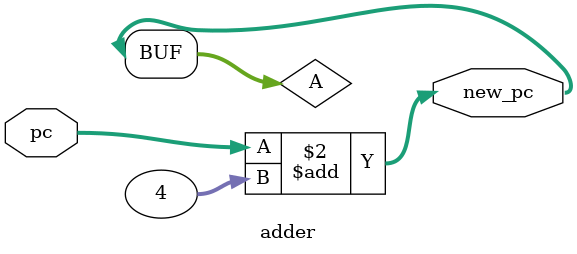
<source format=v>
`timescale 1ns / 1ps

module adder(
    input [31:0] pc,
    output [31:0] new_pc
    );
    reg [31:0] A = 0;
    always@(*)
    begin
        A = pc + 4;
    end
    assign new_pc = A;
    
endmodule

</source>
